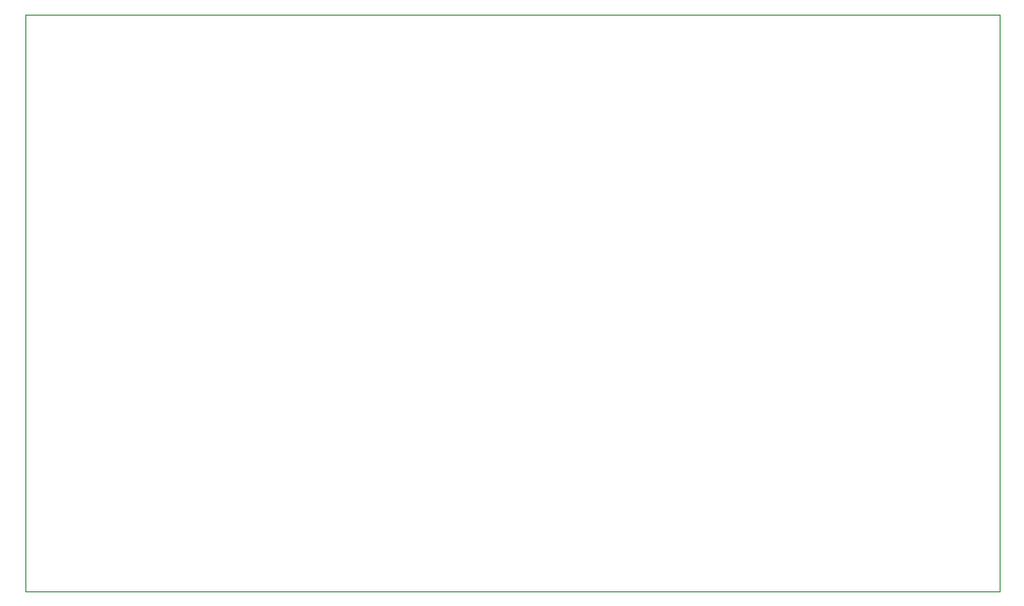
<source format=gbr>
%TF.GenerationSoftware,KiCad,Pcbnew,8.0.5*%
%TF.CreationDate,2024-11-27T11:25:18-05:00*%
%TF.ProjectId,Alfond PCB,416c666f-6e64-4205-9043-422e6b696361,rev?*%
%TF.SameCoordinates,Original*%
%TF.FileFunction,Profile,NP*%
%FSLAX46Y46*%
G04 Gerber Fmt 4.6, Leading zero omitted, Abs format (unit mm)*
G04 Created by KiCad (PCBNEW 8.0.5) date 2024-11-27 11:25:18*
%MOMM*%
%LPD*%
G01*
G04 APERTURE LIST*
%TA.AperFunction,Profile*%
%ADD10C,0.100000*%
%TD*%
G04 APERTURE END LIST*
D10*
X161000000Y-48000000D02*
X245500000Y-48000000D01*
X245500000Y-98000000D01*
X161000000Y-98000000D01*
X161000000Y-48000000D01*
M02*

</source>
